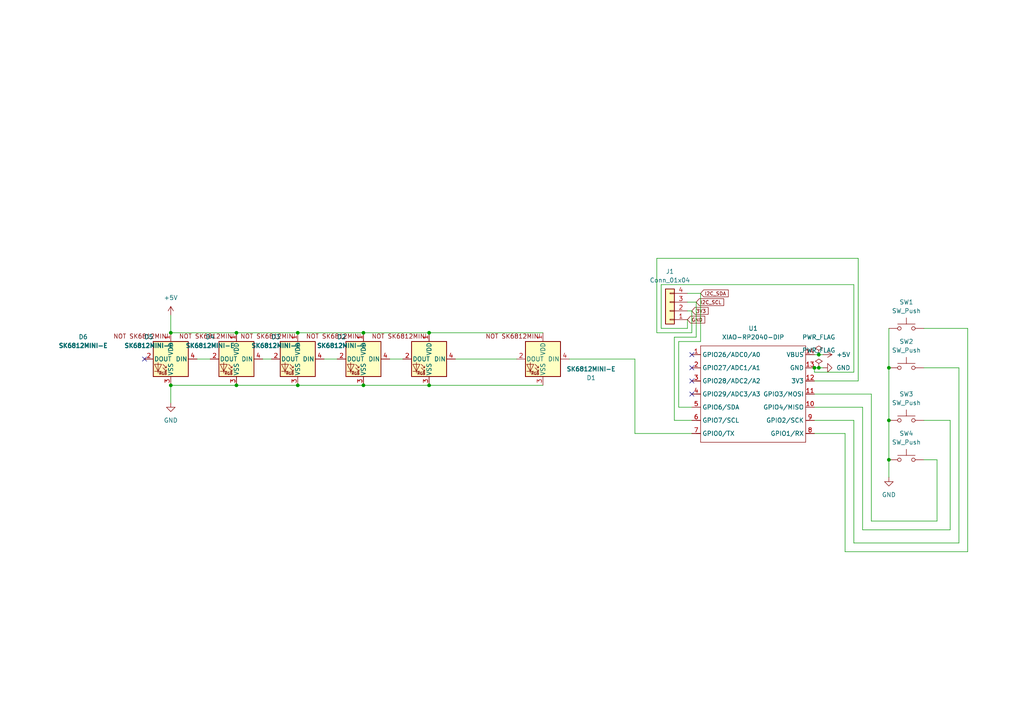
<source format=kicad_sch>
(kicad_sch (version 20250114) (generator "eeschema") (generator_version "9.0")
  (paper "A4")
  (title_block (title "HackPad - HackClub") (date "2026-01-23") (rev "1") (company "Matheus Henrique(Aka: TheusHen)") (comment 1 "Simple Macropad") (comment 2 "Made by an High School Student"))
  (lib_symbols
    (symbol "Connector_Generic:Conn_01x04" (pin_names (offset 1.016) (hide yes))
      (property "Reference" "J" (at 0 5.08 0))
      (property "Value" "Conn_01x04" (at 0 -7.62 0))
      (symbol "Conn_01x04_1_1"
        (rectangle (start -1.27 3.81) (end 1.27 -6.35) (stroke (width 0.254)) (fill (type background)))
        (rectangle (start -1.27 2.667) (end 0 2.413) (stroke (width 0.1524)))
        (rectangle (start -1.27 0.127) (end 0 -0.127) (stroke (width 0.1524)))
        (rectangle (start -1.27 -2.413) (end 0 -2.667) (stroke (width 0.1524)))
        (rectangle (start -1.27 -4.953) (end 0 -5.207) (stroke (width 0.1524)))
        (pin passive line (at -5.08 2.54 0) (length 3.81) (name "Pin_1") (number "1"))
        (pin passive line (at -5.08 0 0) (length 3.81) (name "Pin_2") (number "2"))
        (pin passive line (at -5.08 -2.54 0) (length 3.81) (name "Pin_3") (number "3"))
        (pin passive line (at -5.08 -5.08 0) (length 3.81) (name "Pin_4") (number "4"))
      )
    )
    (symbol "SK6812MINI-E:SK6812MINI-E" (pin_names (offset 0.254))
      (property "Reference" "D" (at -3.556 5.842 0))
      (property "Value" "SK6812MINI-E" (at 1.27 -5.715 0))
      (symbol "SK6812MINI-E_0_0"
        (text "RGB" (at 2.286 -4.191 0) (effects (font (size 0.762 0.762))))
      )
      (symbol "SK6812MINI-E_0_1"
        (rectangle (start -5.08 5.08) (end 5.08 -5.08) (stroke (width 0.254)) (fill (type background)))
        (polyline (pts (xy 1.27 -2.54) (xy 1.778 -2.54)))
        (polyline (pts (xy 1.27 -3.556) (xy 1.778 -3.556)))
        (polyline (pts (xy 2.286 -1.524) (xy 1.27 -2.54) (xy 1.27 -2.032)))
        (polyline (pts (xy 2.286 -2.54) (xy 1.27 -3.556) (xy 1.27 -3.048)))
        (polyline (pts (xy 3.683 -1.016) (xy 3.683 -3.556) (xy 3.683 -4.064)))
        (polyline (pts (xy 4.699 -1.524) (xy 2.667 -1.524) (xy 3.683 -3.556) (xy 4.699 -1.524)))
        (polyline (pts (xy 4.699 -3.556) (xy 2.667 -3.556)))
      )
      (symbol "SK6812MINI-E_1_1"
        (text "NOT SK6812MINI" (at 8.636 6.604 0) (effects (font (size 1.27 1.27))))
        (pin input line (at -7.62 0 0) (length 2.54) (name "DIN") (number "4"))
        (pin power_in line (at 0 7.62 270) (length 2.54) (name "VDD") (number "1"))
        (pin power_in line (at 0 -7.62 90) (length 2.54) (name "VSS") (number "3"))
        (pin output line (at 7.62 0 180) (length 2.54) (name "DOUT") (number "2"))
      )
    )
    (symbol "Seeed_Studio_XIAO_Series:XIAO-RP2040-DIP"
      (property "Reference" "U" (at 0 0 0))
      (property "Value" "XIAO-RP2040-DIP" (at 5.334 -1.778 0))
      (symbol "XIAO-RP2040-DIP_1_0"
        (polyline (pts (xy -1.27 -2.54) (xy 29.21 -2.54)) (stroke (width 0.1524)))
        (polyline (pts (xy -1.27 -5.08) (xy -2.54 -5.08)) (stroke (width 0.1524)))
        (polyline (pts (xy -1.27 -5.08) (xy -1.27 -2.54)) (stroke (width 0.1524)))
        (polyline (pts (xy -1.27 -8.89) (xy -2.54 -8.89)) (stroke (width 0.1524)))
        (polyline (pts (xy -1.27 -8.89) (xy -1.27 -5.08)) (stroke (width 0.1524)))
        (polyline (pts (xy -1.27 -12.7) (xy -2.54 -12.7)) (stroke (width 0.1524)))
        (polyline (pts (xy -1.27 -12.7) (xy -1.27 -8.89)) (stroke (width 0.1524)))
        (polyline (pts (xy -1.27 -16.51) (xy -2.54 -16.51)) (stroke (width 0.1524)))
        (polyline (pts (xy -1.27 -16.51) (xy -1.27 -12.7)) (stroke (width 0.1524)))
        (polyline (pts (xy -1.27 -20.32) (xy -2.54 -20.32)) (stroke (width 0.1524)))
        (polyline (pts (xy -1.27 -24.13) (xy -2.54 -24.13)) (stroke (width 0.1524)))
        (polyline (pts (xy -1.27 -27.94) (xy -2.54 -27.94)) (stroke (width 0.1524)))
        (polyline (pts (xy -1.27 -30.48) (xy -1.27 -16.51)) (stroke (width 0.1524)))
        (polyline (pts (xy 29.21 -2.54) (xy 29.21 -5.08)) (stroke (width 0.1524)))
        (polyline (pts (xy 29.21 -5.08) (xy 29.21 -8.89)) (stroke (width 0.1524)))
        (polyline (pts (xy 29.21 -8.89) (xy 29.21 -12.7)) (stroke (width 0.1524)))
        (polyline (pts (xy 29.21 -12.7) (xy 29.21 -30.48)) (stroke (width 0.1524)))
        (polyline (pts (xy 29.21 -30.48) (xy -1.27 -30.48)) (stroke (width 0.1524)))
        (polyline (pts (xy 30.48 -5.08) (xy 29.21 -5.08)) (stroke (width 0.1524)))
        (polyline (pts (xy 30.48 -8.89) (xy 29.21 -8.89)) (stroke (width 0.1524)))
        (polyline (pts (xy 30.48 -12.7) (xy 29.21 -12.7)) (stroke (width 0.1524)))
        (polyline (pts (xy 30.48 -16.51) (xy 29.21 -16.51)) (stroke (width 0.1524)))
        (polyline (pts (xy 30.48 -20.32) (xy 29.21 -20.32)) (stroke (width 0.1524)))
        (polyline (pts (xy 30.48 -24.13) (xy 29.21 -24.13)) (stroke (width 0.1524)))
        (polyline (pts (xy 30.48 -27.94) (xy 29.21 -27.94)) (stroke (width 0.1524)))
        (pin passive line (at -3.81 -5.08 0) (length 2.54) (name "GPIO26/ADC0/A0") (number "1"))
        (pin passive line (at -3.81 -8.89 0) (length 2.54) (name "GPIO27/ADC1/A1") (number "2"))
        (pin passive line (at -3.81 -12.7 0) (length 2.54) (name "GPIO28/ADC2/A2") (number "3"))
        (pin passive line (at -3.81 -16.51 0) (length 2.54) (name "GPIO29/ADC3/A3") (number "4"))
        (pin passive line (at -3.81 -20.32 0) (length 2.54) (name "GPIO6/SDA") (number "5"))
        (pin passive line (at -3.81 -24.13 0) (length 2.54) (name "GPIO7/SCL") (number "6"))
        (pin passive line (at -3.81 -27.94 0) (length 2.54) (name "GPIO0/TX") (number "7"))
        (pin passive line (at 31.75 -5.08 180) (length 2.54) (name "VBUS") (number "14"))
        (pin passive line (at 31.75 -8.89 180) (length 2.54) (name "GND") (number "13"))
        (pin passive line (at 31.75 -12.7 180) (length 2.54) (name "3V3") (number "12"))
        (pin passive line (at 31.75 -16.51 180) (length 2.54) (name "GPIO3/MOSI") (number "11"))
        (pin passive line (at 31.75 -20.32 180) (length 2.54) (name "GPIO4/MISO") (number "10"))
        (pin passive line (at 31.75 -24.13 180) (length 2.54) (name "GPIO2/SCK") (number "9"))
        (pin passive line (at 31.75 -27.94 180) (length 2.54) (name "GPIO1/RX") (number "8"))
      )
    )
    (symbol "Switch:SW_Push" (pin_numbers (hide yes)) (pin_names (offset 1.016) (hide yes))
      (property "Reference" "SW" (at 1.27 2.54 0))
      (property "Value" "SW_Push" (at 0 -1.524 0))
      (symbol "SW_Push_0_1"
        (circle (center -2.032 0) (radius 0.508))
        (polyline (pts (xy 0 1.27) (xy 0 3.048)))
        (circle (center 2.032 0) (radius 0.508))
        (polyline (pts (xy 2.54 1.27) (xy -2.54 1.27)))
        (pin passive line (at -5.08 0 0) (length 2.54) (name "1") (number "1"))
        (pin passive line (at 5.08 0 180) (length 2.54) (name "2") (number "2"))
      )
    )
    (symbol "power:+5V" (power) (pin_numbers (hide yes)) (pin_names (offset 0) (hide yes))
      (property "Value" "+5V" (at 0 3.556 0))
      (symbol "+5V_0_1"
        (polyline (pts (xy -0.762 1.27) (xy 0 2.54)))
        (polyline (pts (xy 0 2.54) (xy 0.762 1.27)))
        (polyline (pts (xy 0 0) (xy 0 2.54)))
      )
      (symbol "+5V_1_1"
        (pin power_in line (at 0 0 90) (length 0) (name "~") (number "1"))
      )
    )
    (symbol "power:GND" (power) (pin_numbers (hide yes)) (pin_names (offset 0) (hide yes))
      (property "Value" "GND" (at 0 -3.81 0))
      (symbol "GND_0_1"
        (polyline (pts (xy 0 0) (xy 0 -1.27) (xy 1.27 -1.27) (xy 0 -2.54) (xy -1.27 -1.27) (xy 0 -1.27)))
      )
      (symbol "GND_1_1"
        (pin power_in line (at 0 0 270) (length 0) (name "~") (number "1"))
      )
    )
    (symbol "power:PWR_FLAG" (power) (pin_numbers (hide yes)) (pin_names (offset 0) (hide yes))
      (property "Value" "PWR_FLAG" (at 0 3.81 0))
      (symbol "PWR_FLAG_0_0"
        (pin power_out line (at 0 0 90) (length 0) (name "~") (number "1"))
      )
      (symbol "PWR_FLAG_0_1"
        (polyline (pts (xy 0 0) (xy 0 1.27) (xy -1.016 1.905) (xy 0 2.54) (xy 1.016 1.905) (xy 0 1.27)))
      )
    )
  )
  (junction (at 124.46 96.52))
  (junction (at 86.36 111.76))
  (junction (at 49.53 111.76))
  (junction (at 124.46 111.76))
  (junction (at 105.41 111.76))
  (junction (at 237.49 106.68))
  (junction (at 236.22 106.68))
  (junction (at 237.49 102.87))
  (junction (at 68.58 111.76))
  (junction (at 86.36 96.52))
  (junction (at 68.58 96.52))
  (junction (at 257.81 121.92))
  (junction (at 105.41 96.52))
  (junction (at 257.81 133.35))
  (junction (at 257.81 106.68))
  (junction (at 49.53 96.52))
  (no_connect (at 41.91 104.14))
  (no_connect (at 200.66 114.3))
  (no_connect (at 200.66 102.87))
  (no_connect (at 200.66 110.49))
  (no_connect (at 200.66 106.68))
  (wire (pts (xy 280.67 95.25) (xy 267.97 95.25)))
  (wire (pts (xy 275.59 153.67) (xy 250.19 153.67)))
  (wire (pts (xy 196.85 99.06) (xy 196.85 118.11)))
  (wire (pts (xy 124.46 111.76) (xy 157.48 111.76)))
  (wire (pts (xy 199.39 92.71) (xy 199.39 95.25)))
  (wire (pts (xy 245.11 160.02) (xy 280.67 160.02)))
  (wire (pts (xy 236.22 114.3) (xy 252.73 114.3)))
  (wire (pts (xy 200.66 90.17) (xy 199.39 90.17)))
  (wire (pts (xy 237.49 102.87) (xy 238.76 102.87)))
  (wire (pts (xy 93.98 104.14) (xy 97.79 104.14)))
  (wire (pts (xy 257.81 133.35) (xy 257.81 138.43)))
  (wire (pts (xy 247.65 107.95) (xy 236.22 107.95)))
  (wire (pts (xy 49.53 111.76) (xy 49.53 116.84)))
  (wire (pts (xy 49.53 96.52) (xy 68.58 96.52)))
  (wire (pts (xy 200.66 96.52) (xy 200.66 90.17)))
  (wire (pts (xy 267.97 121.92) (xy 275.59 121.92)))
  (wire (pts (xy 68.58 96.52) (xy 86.36 96.52)))
  (wire (pts (xy 245.11 125.73) (xy 245.11 160.02)))
  (wire (pts (xy 190.5 74.93) (xy 248.92 74.93)))
  (wire (pts (xy 267.97 106.68) (xy 278.13 106.68)))
  (wire (pts (xy 275.59 121.92) (xy 275.59 153.67)))
  (wire (pts (xy 105.41 96.52) (xy 124.46 96.52)))
  (wire (pts (xy 236.22 121.92) (xy 247.65 121.92)))
  (wire (pts (xy 199.39 95.25) (xy 191.77 95.25)))
  (wire (pts (xy 257.81 106.68) (xy 257.81 121.92)))
  (wire (pts (xy 184.15 125.73) (xy 200.66 125.73)))
  (wire (pts (xy 252.73 114.3) (xy 252.73 151.13)))
  (wire (pts (xy 68.58 111.76) (xy 86.36 111.76)))
  (wire (pts (xy 252.73 151.13) (xy 271.78 151.13)))
  (wire (pts (xy 271.78 151.13) (xy 271.78 133.35)))
  (wire (pts (xy 124.46 96.52) (xy 157.48 96.52)))
  (wire (pts (xy 247.65 157.48) (xy 278.13 157.48)))
  (wire (pts (xy 203.2 85.09) (xy 203.2 99.06)))
  (wire (pts (xy 247.65 121.92) (xy 247.65 157.48)))
  (wire (pts (xy 236.22 106.68) (xy 237.49 106.68)))
  (wire (pts (xy 248.92 110.49) (xy 248.92 74.93)))
  (wire (pts (xy 278.13 106.68) (xy 278.13 157.48)))
  (wire (pts (xy 57.15 104.14) (xy 60.96 104.14)))
  (wire (pts (xy 190.5 96.52) (xy 200.66 96.52)))
  (wire (pts (xy 280.67 160.02) (xy 280.67 95.25)))
  (wire (pts (xy 165.1 104.14) (xy 184.15 104.14)))
  (wire (pts (xy 247.65 82.55) (xy 247.65 107.95)))
  (wire (pts (xy 195.58 97.79) (xy 195.58 121.92)))
  (wire (pts (xy 199.39 85.09) (xy 203.2 85.09)))
  (wire (pts (xy 105.41 111.76) (xy 124.46 111.76)))
  (wire (pts (xy 196.85 118.11) (xy 200.66 118.11)))
  (wire (pts (xy 257.81 121.92) (xy 257.81 133.35)))
  (wire (pts (xy 76.2 104.14) (xy 78.74 104.14)))
  (wire (pts (xy 236.22 110.49) (xy 248.92 110.49)))
  (wire (pts (xy 86.36 111.76) (xy 105.41 111.76)))
  (wire (pts (xy 86.36 96.52) (xy 105.41 96.52)))
  (wire (pts (xy 190.5 74.93) (xy 190.5 96.52)))
  (wire (pts (xy 195.58 121.92) (xy 200.66 121.92)))
  (wire (pts (xy 250.19 118.11) (xy 236.22 118.11)))
  (wire (pts (xy 237.49 106.68) (xy 238.76 106.68)))
  (wire (pts (xy 236.22 102.87) (xy 237.49 102.87)))
  (wire (pts (xy 257.81 95.25) (xy 257.81 106.68)))
  (wire (pts (xy 236.22 125.73) (xy 245.11 125.73)))
  (wire (pts (xy 191.77 82.55) (xy 247.65 82.55)))
  (wire (pts (xy 113.03 104.14) (xy 116.84 104.14)))
  (wire (pts (xy 191.77 95.25) (xy 191.77 82.55)))
  (wire (pts (xy 49.53 91.44) (xy 49.53 96.52)))
  (wire (pts (xy 199.39 87.63) (xy 201.93 87.63)))
  (wire (pts (xy 49.53 111.76) (xy 68.58 111.76)))
  (wire (pts (xy 201.93 87.63) (xy 201.93 97.79)))
  (wire (pts (xy 271.78 133.35) (xy 267.97 133.35)))
  (wire (pts (xy 184.15 104.14) (xy 184.15 125.73)))
  (wire (pts (xy 236.22 106.68) (xy 236.22 107.95)))
  (wire (pts (xy 196.85 99.06) (xy 203.2 99.06)))
  (wire (pts (xy 250.19 153.67) (xy 250.19 118.11)))
  (wire (pts (xy 132.08 104.14) (xy 149.86 104.14)))
  (wire (pts (xy 201.93 97.79) (xy 195.58 97.79)))
  (global_label "I2C_SDA" (shape input) (at 203.2 85.09 0) (effects (font (size 1.016 1.016))) (property "Intersheetrefs" "${INTERSHEET_REFS}" (effects (hide yes))))
  (global_label "I2C_SCL" (shape input) (at 201.93 87.63 0) (effects (font (size 1.016 1.016))) (property "Intersheetrefs" "${INTERSHEET_REFS}" (effects (hide yes))))
  (global_label "3V3" (shape input) (at 200.66 90.17 0) (effects (font (size 1.016 1.016))) (property "Intersheetrefs" "${INTERSHEET_REFS}" (effects (hide yes))))
  (global_label "GND" (shape input) (at 199.39 92.71 0) (effects (font (size 1.016 1.016))) (property "Intersheetrefs" "${INTERSHEET_REFS}" (effects (hide yes))))
  (symbol (lib_id "power:GND") (at 257.81 138.43 0) (unit 1)
    (property "Reference" "#PWR05" (effects (hide yes)))
    (property "Value" "GND" (at 257.81 143.51 0))
    (property "Description" "Power symbol creates a global label with name \"GND\" , ground" (effects (hide yes)))
  )
  (symbol (lib_id "Switch:SW_Push") (at 262.89 95.25 0) (unit 1)
    (property "Reference" "SW1" (at 262.89 87.63 0))
    (property "Value" "SW_Push" (at 262.89 90.17 0))
    (property "Footprint" "Button_Switch_Keyboard:SW_Cherry_MX_1.00u_PCB" (effects (hide yes)))
    (property "Description" "Push button switch, generic, two pins" (effects (hide yes)))
  )
  (symbol (lib_id "Connector_Generic:Conn_01x04") (at 194.31 90.17 180) (unit 1)
    (property "Reference" "J1" (at 194.31 78.74 0))
    (property "Value" "Conn_01x04" (at 194.31 81.28 0))
    (property "Footprint" "OPL:SSD1306-0.91-OLED-4pin-128x32" (effects (hide yes)))
    (property "Description" "Generic connector, single row, 01x04, script generated (kicad-library-utils/schlib/autogen/connector/)" (effects (hide yes)))
  )
  (symbol (lib_id "SK6812MINI-E:SK6812MINI-E") (at 68.58 104.14 0) (mirror y) (unit 1)
    (property "Reference" "D5" (at 43.18 97.7198 0))
    (property "Value" "SK6812MINI-E" (at 43.18 100.2599 0) (effects (font (thickness 0.254) (bold yes))))
    (property "Footprint" "OPL:SK6812MINI-E_fixed" (effects (hide yes)))
    (property "Datasheet" "https://cdn-shop.adafruit.com/product-files/4960/4960_SK6812MINI-E_REV02_EN.pdf" (effects (hide yes)))
    (property "Description" "RGB LED with integrated controller" (effects (hide yes)))
  )
  (symbol (lib_id "power:GND") (at 238.76 106.68 90) (unit 1)
    (property "Reference" "#PWR01" (effects (hide yes)))
    (property "Value" "GND" (at 242.57 106.6799 90) (effects (justify right)))
    (property "Description" "Power symbol creates a global label with name \"GND\" , ground" (effects (hide yes)))
  )
  (symbol (lib_id "SK6812MINI-E:SK6812MINI-E") (at 49.53 104.14 0) (mirror y) (unit 1)
    (property "Reference" "D6" (at 24.13 97.7198 0))
    (property "Value" "SK6812MINI-E" (at 24.13 100.2599 0) (effects (font (thickness 0.254) (bold yes))))
    (property "Footprint" "OPL:SK6812MINI-E_fixed" (effects (hide yes)))
    (property "Datasheet" "https://cdn-shop.adafruit.com/product-files/4960/4960_SK6812MINI-E_REV02_EN.pdf" (effects (hide yes)))
    (property "Description" "RGB LED with integrated controller" (effects (hide yes)))
  )
  (symbol (lib_id "power:GND") (at 49.53 116.84 0) (unit 1)
    (property "Reference" "#PWR03" (effects (hide yes)))
    (property "Value" "GND" (at 49.53 121.92 0))
    (property "Description" "Power symbol creates a global label with name \"GND\" , ground" (effects (hide yes)))
  )
  (symbol (lib_id "power:PWR_FLAG") (at 237.49 106.68 0) (unit 1)
    (property "Reference" "#FLG02" (effects (hide yes)))
    (property "Value" "PWR_FLAG" (at 237.49 101.6 0))
    (property "Description" "Special symbol for telling ERC where power comes from" (effects (hide yes)))
  )
  (symbol (lib_id "Seeed_Studio_XIAO_Series:XIAO-RP2040-DIP") (at 204.47 97.79 0) (unit 1)
    (property "Reference" "U1" (at 218.44 95.25 0))
    (property "Value" "XIAO-RP2040-DIP" (at 218.44 97.79 0))
    (property "Footprint" "OPL:XIAO-RP2040-DIP" (effects (hide yes)))
  )
  (symbol (lib_id "Switch:SW_Push") (at 262.89 106.68 0) (unit 1)
    (property "Reference" "SW2" (at 262.89 99.06 0))
    (property "Value" "SW_Push" (at 262.89 101.6 0))
    (property "Footprint" "Button_Switch_Keyboard:SW_Cherry_MX_1.00u_PCB" (effects (hide yes)))
    (property "Description" "Push button switch, generic, two pins" (effects (hide yes)))
  )
  (symbol (lib_id "power:+5V") (at 238.76 102.87 270) (unit 1)
    (property "Reference" "#PWR02" (effects (hide yes)))
    (property "Value" "+5V" (at 242.57 102.8699 90) (effects (justify left)))
    (property "Description" "Power symbol creates a global label with name \"+5V\"" (effects (hide yes)))
  )
  (symbol (lib_id "power:PWR_FLAG") (at 237.49 102.87 0) (unit 1)
    (property "Reference" "#FLG01" (effects (hide yes)))
    (property "Value" "PWR_FLAG" (at 237.49 97.79 0))
    (property "Description" "Special symbol for telling ERC where power comes from" (effects (hide yes)))
  )
  (symbol (lib_id "SK6812MINI-E:SK6812MINI-E") (at 105.41 104.14 0) (mirror y) (unit 1)
    (property "Reference" "D3" (at 80.01 97.7198 0))
    (property "Value" "SK6812MINI-E" (at 80.01 100.2599 0) (effects (font (thickness 0.254) (bold yes))))
    (property "Footprint" "OPL:SK6812MINI-E_fixed" (effects (hide yes)))
    (property "Datasheet" "https://cdn-shop.adafruit.com/product-files/4960/4960_SK6812MINI-E_REV02_EN.pdf" (effects (hide yes)))
    (property "Description" "RGB LED with integrated controller" (effects (hide yes)))
  )
  (symbol (lib_id "SK6812MINI-E:SK6812MINI-E") (at 157.48 104.14 0) (mirror y) (unit 1)
    (property "Reference" "D1" (at 171.45 109.5854 0))
    (property "Value" "SK6812MINI-E" (at 171.45 107.0453 0) (effects (font (thickness 0.254) (bold yes))))
    (property "Footprint" "OPL:SK6812MINI-E_fixed" (effects (hide yes)))
    (property "Datasheet" "https://cdn-shop.adafruit.com/product-files/4960/4960_SK6812MINI-E_REV02_EN.pdf" (effects (hide yes)))
    (property "Description" "RGB LED with integrated controller" (effects (hide yes)))
  )
  (symbol (lib_id "power:+5V") (at 49.53 91.44 0) (unit 1)
    (property "Reference" "#PWR04" (effects (hide yes)))
    (property "Value" "+5V" (at 49.53 86.36 0))
    (property "Description" "Power symbol creates a global label with name \"+5V\"" (effects (hide yes)))
  )
  (symbol (lib_id "SK6812MINI-E:SK6812MINI-E") (at 86.36 104.14 0) (mirror y) (unit 1)
    (property "Reference" "D4" (at 60.96 97.7198 0))
    (property "Value" "SK6812MINI-E" (at 60.96 100.2599 0) (effects (font (thickness 0.254) (bold yes))))
    (property "Footprint" "OPL:SK6812MINI-E_fixed" (effects (hide yes)))
    (property "Datasheet" "https://cdn-shop.adafruit.com/product-files/4960/4960_SK6812MINI-E_REV02_EN.pdf" (effects (hide yes)))
    (property "Description" "RGB LED with integrated controller" (effects (hide yes)))
  )
  (symbol (lib_id "SK6812MINI-E:SK6812MINI-E") (at 124.46 104.14 0) (mirror y) (unit 1)
    (property "Reference" "D2" (at 99.06 97.7198 0))
    (property "Value" "SK6812MINI-E" (at 99.06 100.2599 0) (effects (font (thickness 0.254) (bold yes))))
    (property "Footprint" "OPL:SK6812MINI-E_fixed" (effects (hide yes)))
    (property "Datasheet" "https://cdn-shop.adafruit.com/product-files/4960/4960_SK6812MINI-E_REV02_EN.pdf" (effects (hide yes)))
    (property "Description" "RGB LED with integrated controller" (effects (hide yes)))
  )
  (symbol (lib_id "Switch:SW_Push") (at 262.89 121.92 0) (unit 1)
    (property "Reference" "SW3" (at 262.89 114.3 0))
    (property "Value" "SW_Push" (at 262.89 116.84 0))
    (property "Footprint" "Button_Switch_Keyboard:SW_Cherry_MX_1.00u_PCB" (effects (hide yes)))
    (property "Description" "Push button switch, generic, two pins" (effects (hide yes)))
  )
  (symbol (lib_id "Switch:SW_Push") (at 262.89 133.35 0) (unit 1)
    (property "Reference" "SW4" (at 262.89 125.73 0))
    (property "Value" "SW_Push" (at 262.89 128.27 0))
    (property "Footprint" "Button_Switch_Keyboard:SW_Cherry_MX_1.00u_PCB" (effects (hide yes)))
    (property "Description" "Push button switch, generic, two pins" (effects (hide yes)))
  )
)
</source>
